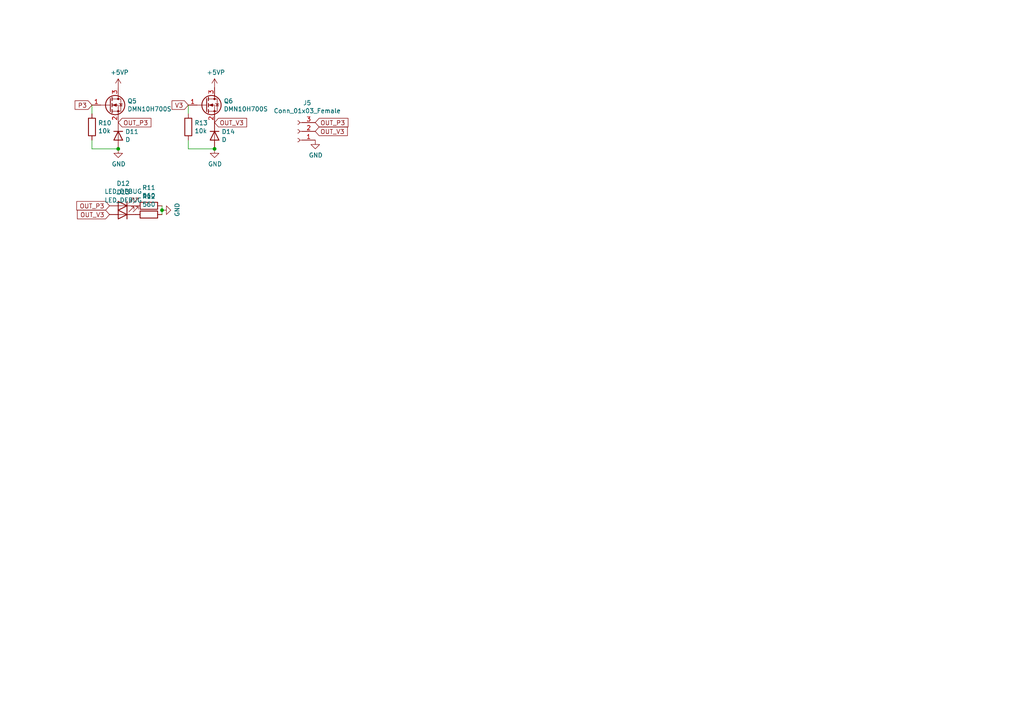
<source format=kicad_sch>
(kicad_sch (version 20211123) (generator eeschema)
  (paper "A4")
  (lib_symbols
    (symbol "Connector:Conn_01x03_Female" (pin_names (offset 1.016) hide)
      (property "Reference" "J" (at 0 5.08 0))
      (property "Value" "Conn_01x03_Female" (at 0 -5.08 0))
      (symbol "Conn_01x03_Female_1_1"
        (arc (start 0 -2.032) (mid -0.508 -2.54) (end 0 -3.048) (stroke (width 0.1524)))
        (polyline (pts (xy -1.27 -2.54) (xy -0.508 -2.54)) (stroke (width 0.1524)))
        (polyline (pts (xy -1.27 0) (xy -0.508 0)) (stroke (width 0.1524)))
        (polyline (pts (xy -1.27 2.54) (xy -0.508 2.54)) (stroke (width 0.1524)))
        (arc (start 0 0.508) (mid -0.508 0) (end 0 -0.508) (stroke (width 0.1524)))
        (arc (start 0 3.048) (mid -0.508 2.54) (end 0 2.032) (stroke (width 0.1524)))
        (pin passive line (at -5.08 2.54 0) (length 3.81) (name "Pin_1") (number "1"))
        (pin passive line (at -5.08 0 0) (length 3.81) (name "Pin_2") (number "2"))
        (pin passive line (at -5.08 -2.54 0) (length 3.81) (name "Pin_3") (number "3"))
      )
    )
    (symbol "Device:D" (pin_numbers hide) (pin_names (offset 1.016) hide)
      (property "Reference" "D" (at 0 2.54 0))
      (property "Value" "D" (at 0 -2.54 0))
      (symbol "D_0_1"
        (polyline (pts (xy -1.27 1.27) (xy -1.27 -1.27)) (stroke (width 0.254)))
        (polyline (pts (xy 1.27 0) (xy -1.27 0)))
        (polyline (pts (xy 1.27 1.27) (xy 1.27 -1.27) (xy -1.27 0) (xy 1.27 1.27)) (stroke (width 0.254)))
      )
      (symbol "D_1_1"
        (pin passive line (at -3.81 0 0) (length 2.54) (name "K") (number "1"))
        (pin passive line (at 3.81 0 180) (length 2.54) (name "A") (number "2"))
      )
    )
    (symbol "Device:LED" (pin_numbers hide) (pin_names (offset 1.016) hide)
      (property "Reference" "D" (at 0 2.54 0))
      (property "Value" "LED" (at 0 -2.54 0))
      (symbol "LED_0_1"
        (polyline (pts (xy -1.27 -1.27) (xy -1.27 1.27)) (stroke (width 0.254)))
        (polyline (pts (xy -1.27 0) (xy 1.27 0)))
        (polyline (pts (xy 1.27 -1.27) (xy 1.27 1.27) (xy -1.27 0) (xy 1.27 -1.27)) (stroke (width 0.254)))
        (polyline (pts (xy -3.048 -0.762) (xy -4.572 -2.286) (xy -3.81 -2.286) (xy -4.572 -2.286) (xy -4.572 -1.524)))
        (polyline (pts (xy -1.778 -0.762) (xy -3.302 -2.286) (xy -2.54 -2.286) (xy -3.302 -2.286) (xy -3.302 -1.524)))
      )
      (symbol "LED_1_1"
        (pin passive line (at -3.81 0 0) (length 2.54) (name "K") (number "1"))
        (pin passive line (at 3.81 0 180) (length 2.54) (name "A") (number "2"))
      )
    )
    (symbol "Device:R" (pin_numbers hide) (pin_names (offset 0))
      (property "Reference" "R" (at 2.032 0 90))
      (property "Value" "R" (at 0 0 90))
      (symbol "R_0_1"
        (rectangle (start -1.016 -2.54) (end 1.016 2.54) (stroke (width 0.254)))
      )
      (symbol "R_1_1"
        (pin passive line (at 0 3.81 270) (length 1.27) (name "~") (number "1"))
        (pin passive line (at 0 -3.81 90) (length 1.27) (name "~") (number "2"))
      )
    )
    (symbol "Transistor_FET:DMN10H700S" (pin_names hide)
      (property "Reference" "Q" (at 5.08 1.905 0))
      (property "Value" "DMN10H700S" (at 5.08 0 0))
      (symbol "DMN10H700S_0_1"
        (polyline (pts (xy 0.254 0) (xy -2.54 0)))
        (polyline (pts (xy 0.254 1.905) (xy 0.254 -1.905)) (stroke (width 0.254)))
        (polyline (pts (xy 0.762 -1.27) (xy 0.762 -2.286)) (stroke (width 0.254)))
        (polyline (pts (xy 0.762 0.508) (xy 0.762 -0.508)) (stroke (width 0.254)))
        (polyline (pts (xy 0.762 2.286) (xy 0.762 1.27)) (stroke (width 0.254)))
        (polyline (pts (xy 2.54 2.54) (xy 2.54 1.778)))
        (polyline (pts (xy 2.54 -2.54) (xy 2.54 0) (xy 0.762 0)))
        (polyline (pts (xy 0.762 -1.778) (xy 3.302 -1.778) (xy 3.302 1.778) (xy 0.762 1.778)))
        (polyline (pts (xy 1.016 0) (xy 2.032 0.381) (xy 2.032 -0.381) (xy 1.016 0)) (fill (type outline)))
        (polyline (pts (xy 2.794 0.508) (xy 2.921 0.381) (xy 3.683 0.381) (xy 3.81 0.254)))
        (polyline (pts (xy 3.302 0.381) (xy 2.921 -0.254) (xy 3.683 -0.254) (xy 3.302 0.381)))
        (circle (center 1.651 0) (radius 2.794) (stroke (width 0.254)))
        (circle (center 2.54 -1.778) (radius 0.254) (fill (type outline)))
        (circle (center 2.54 1.778) (radius 0.254) (fill (type outline)))
      )
      (symbol "DMN10H700S_1_1"
        (pin input line (at -5.08 0 0) (length 2.54) (name "G") (number "1"))
        (pin passive line (at 2.54 -5.08 90) (length 2.54) (name "S") (number "2"))
        (pin passive line (at 2.54 5.08 270) (length 2.54) (name "D") (number "3"))
      )
    )
    (symbol "power:+5VP" (power) (pin_names (offset 0))
      (property "Value" "+5VP" (at 0 3.556 0))
      (symbol "+5VP_0_1"
        (polyline (pts (xy -0.762 1.27) (xy 0 2.54)))
        (polyline (pts (xy 0 0) (xy 0 2.54)))
        (polyline (pts (xy 0 2.54) (xy 0.762 1.27)))
      )
      (symbol "+5VP_1_1"
        (pin power_in line (at 0 0 90) (length 0) hide (name "+5VP") (number "1"))
      )
    )
    (symbol "power:GND" (power) (pin_names (offset 0))
      (property "Value" "GND" (at 0 -3.81 0))
      (symbol "GND_0_1"
        (polyline (pts (xy 0 0) (xy 0 -1.27) (xy 1.27 -1.27) (xy 0 -2.54) (xy -1.27 -1.27) (xy 0 -1.27)))
      )
      (symbol "GND_1_1"
        (pin power_in line (at 0 0 270) (length 0) hide (name "GND") (number "1"))
      )
    )
  )
  (junction (at 34.29 43.18))
  (junction (at 46.99 60.96))
  (junction (at 62.23 43.18))
  (wire (pts (xy 46.99 60.96) (xy 46.99 62.23)))
  (wire (pts (xy 26.67 33.02) (xy 26.67 30.48)))
  (wire (pts (xy 26.67 43.18) (xy 34.29 43.18)))
  (wire (pts (xy 54.61 33.02) (xy 54.61 30.48)))
  (wire (pts (xy 54.61 40.64) (xy 54.61 43.18)))
  (wire (pts (xy 54.61 43.18) (xy 62.23 43.18)))
  (wire (pts (xy 46.99 59.69) (xy 46.99 60.96)))
  (wire (pts (xy 26.67 40.64) (xy 26.67 43.18)))
  (global_label "OUT_P3" (shape input) (at 91.44 35.56 0) (property "Intersheet References" "${INTERSHEET_REFS}" (effects hide)))
  (global_label "P3" (shape input) (at 26.67 30.48 180) (property "Intersheet References" "${INTERSHEET_REFS}" (effects hide)))
  (global_label "OUT_V3" (shape input) (at 62.23 35.56 0) (property "Intersheet References" "${INTERSHEET_REFS}" (effects hide)))
  (global_label "V3" (shape input) (at 54.61 30.48 180) (property "Intersheet References" "${INTERSHEET_REFS}" (effects hide)))
  (global_label "OUT_V3" (shape input) (at 91.44 38.1 0) (property "Intersheet References" "${INTERSHEET_REFS}" (effects hide)))
  (global_label "OUT_V3" (shape input) (at 31.75 62.23 180) (property "Intersheet References" "${INTERSHEET_REFS}" (effects hide)))
  (global_label "OUT_P3" (shape input) (at 34.29 35.56 0) (property "Intersheet References" "${INTERSHEET_REFS}" (effects hide)))
  (global_label "OUT_P3" (shape input) (at 31.75 59.69 180) (property "Intersheet References" "${INTERSHEET_REFS}" (effects hide)))
  (symbol (lib_id "Transistor_FET:DMN10H700S") (at 31.75 30.48 0)
    (property "Reference" "Q5" (at 36.9316 29.3116 0) (effects (justify left)))
    (property "Value" "DMN10H700S" (at 36.9316 31.623 0) (effects (justify left)))
    (property "Footprint" "Package_TO_SOT_SMD:SOT-23" (effects hide))
    (property "Datasheet" "http://www.diodes.com/assets/Datasheets/DMN10H700S.pdf" (effects hide))
  )
  (symbol (lib_id "power:GND") (at 34.29 43.18 0)
    (property "Reference" "#PWR032" (effects hide))
    (property "Value" "GND" (at 34.417 47.5742 0))
  )
  (symbol (lib_id "Device:R") (at 26.67 36.83 180)
    (property "Reference" "R10" (at 28.448 35.6616 0) (effects (justify right)))
    (property "Value" "10k" (at 28.448 37.973 0) (effects (justify right)))
    (property "Footprint" "Resistor_SMD:R_0805_2012Metric_Pad1.20x1.40mm_HandSolder" (effects hide))
  )
  (symbol (lib_id "power:+5VP") (at 34.29 25.4 0)
    (property "Reference" "#PWR031" (effects hide))
    (property "Value" "+5VP" (at 34.671 21.0058 0))
  )
  (symbol (lib_id "Device:D") (at 34.29 39.37 270)
    (property "Reference" "D11" (at 36.322 38.2016 90) (effects (justify left)))
    (property "Value" "D" (at 36.322 40.513 90) (effects (justify left)))
    (property "Footprint" "Diode_SMD:D_SOD-123" (effects hide))
  )
  (symbol (lib_id "Transistor_FET:DMN10H700S") (at 59.69 30.48 0)
    (property "Reference" "Q6" (at 64.8716 29.3116 0) (effects (justify left)))
    (property "Value" "DMN10H700S" (at 64.8716 31.623 0) (effects (justify left)))
    (property "Footprint" "Package_TO_SOT_SMD:SOT-23" (effects hide))
    (property "Datasheet" "http://www.diodes.com/assets/Datasheets/DMN10H700S.pdf" (effects hide))
  )
  (symbol (lib_id "power:GND") (at 62.23 43.18 0)
    (property "Reference" "#PWR035" (effects hide))
    (property "Value" "GND" (at 62.357 47.5742 0))
  )
  (symbol (lib_id "Device:R") (at 54.61 36.83 180)
    (property "Reference" "R13" (at 56.388 35.6616 0) (effects (justify right)))
    (property "Value" "10k" (at 56.388 37.973 0) (effects (justify right)))
    (property "Footprint" "Resistor_SMD:R_0805_2012Metric_Pad1.20x1.40mm_HandSolder" (effects hide))
  )
  (symbol (lib_id "power:+5VP") (at 62.23 25.4 0)
    (property "Reference" "#PWR034" (effects hide))
    (property "Value" "+5VP" (at 62.611 21.0058 0))
  )
  (symbol (lib_id "Device:D") (at 62.23 39.37 270)
    (property "Reference" "D14" (at 64.262 38.2016 90) (effects (justify left)))
    (property "Value" "D" (at 64.262 40.513 90) (effects (justify left)))
    (property "Footprint" "Diode_SMD:D_SOD-123" (effects hide))
  )
  (symbol (lib_id "Connector:Conn_01x03_Female") (at 86.36 38.1 180)
    (property "Reference" "J5" (at 89.1032 29.845 0))
    (property "Value" "Conn_01x03_Female" (at 89.1032 32.1564 0))
    (property "Footprint" "AREA_lib_Connector:Wuerth_2.54mm_3pins_61900311121" (effects hide))
  )
  (symbol (lib_id "power:GND") (at 91.44 40.64 0)
    (property "Reference" "#PWR036" (effects hide))
    (property "Value" "GND" (at 91.567 45.0342 0))
  )
  (symbol (lib_id "Device:R") (at 43.18 59.69 270)
    (property "Reference" "R11" (at 43.18 54.4322 90))
    (property "Value" "560" (at 43.18 56.7436 90))
    (property "Footprint" "Resistor_SMD:R_0805_2012Metric_Pad1.20x1.40mm_HandSolder" (effects hide))
  )
  (symbol (lib_id "power:GND") (at 46.99 60.96 90)
    (property "Reference" "#PWR033" (effects hide))
    (property "Value" "GND" (at 51.3842 60.833 0))
  )
  (symbol (lib_id "Device:R") (at 43.18 62.23 270)
    (property "Reference" "R12" (at 43.18 56.9722 90))
    (property "Value" "560" (at 43.18 59.2836 90))
    (property "Footprint" "Resistor_SMD:R_0805_2012Metric_Pad1.20x1.40mm_HandSolder" (effects hide))
  )
  (symbol (lib_id "Device:LED") (at 35.56 62.23 180)
    (property "Reference" "D13" (at 35.7378 55.753 0))
    (property "Value" "LED_DEBUG" (at 35.7378 58.0644 0))
    (property "Footprint" "LED_SMD:LED_0805_2012Metric_Pad1.15x1.40mm_HandSolder" (effects hide))
  )
  (symbol (lib_id "Device:LED") (at 35.56 59.69 180)
    (property "Reference" "D12" (at 35.7378 53.213 0))
    (property "Value" "LED_DEBUG" (at 35.7378 55.5244 0))
    (property "Footprint" "LED_SMD:LED_0805_2012Metric_Pad1.15x1.40mm_HandSolder" (effects hide))
  )
)
</source>
